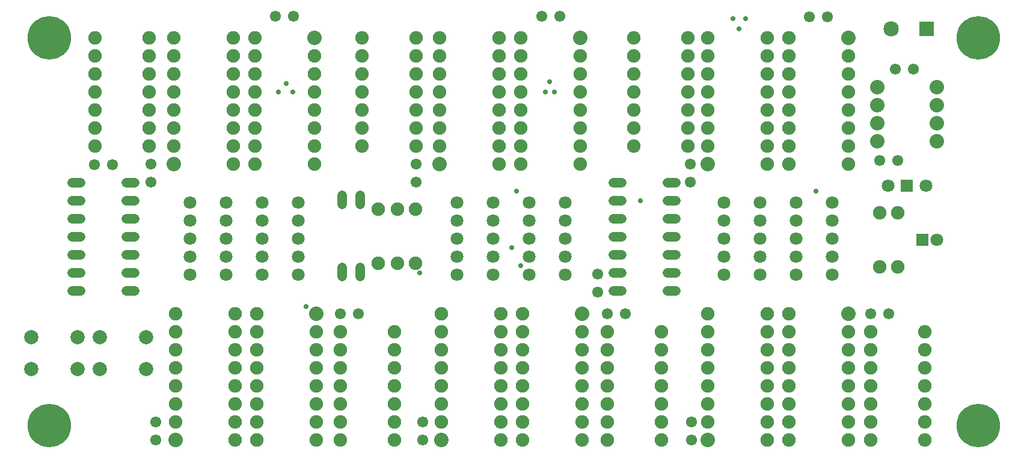
<source format=gbr>
G04 EAGLE Gerber RS-274X export*
G75*
%MOMM*%
%FSLAX34Y34*%
%LPD*%
%INSoldermask Top*%
%IPPOS*%
%AMOC8*
5,1,8,0,0,1.08239X$1,22.5*%
G01*
%ADD10C,1.549400*%
%ADD11C,1.346200*%
%ADD12C,2.032000*%
%ADD13C,0.863600*%
%ADD14R,2.159000X2.159000*%
%ADD15C,2.159000*%
%ADD16C,1.803400*%
%ADD17C,1.905000*%
%ADD18C,2.006600*%
%ADD19R,1.803400X1.803400*%
%ADD20C,6.127000*%
%ADD21C,0.731000*%


D10*
X1242060Y552450D03*
X1267460Y552450D03*
D11*
X933196Y240030D02*
X921004Y240030D01*
X921004Y265430D02*
X933196Y265430D01*
X933196Y392430D02*
X921004Y392430D01*
X856996Y392430D02*
X844804Y392430D01*
X921004Y290830D02*
X933196Y290830D01*
X933196Y316230D02*
X921004Y316230D01*
X921004Y367030D02*
X933196Y367030D01*
X933196Y341630D02*
X921004Y341630D01*
X856996Y367030D02*
X844804Y367030D01*
X844804Y341630D02*
X856996Y341630D01*
X856996Y316230D02*
X844804Y316230D01*
X844804Y290830D02*
X856996Y290830D01*
X856996Y265430D02*
X844804Y265430D01*
X844804Y240030D02*
X856996Y240030D01*
D12*
X1300480Y450850D03*
X1300480Y476250D03*
X1300480Y501650D03*
X1300480Y527050D03*
X1216660Y527050D03*
X1216660Y501650D03*
X1216660Y476250D03*
X1216660Y450850D03*
D13*
X1216660Y450850D03*
X1216660Y476250D03*
X1216660Y501650D03*
X1216660Y527050D03*
X1300480Y450850D03*
X1300480Y476250D03*
X1300480Y501650D03*
X1300480Y527050D03*
D14*
X1286510Y609600D03*
D15*
X1236510Y609600D03*
D16*
X1102360Y262890D03*
X1102360Y288290D03*
X1102360Y313690D03*
X1102360Y339090D03*
X1102360Y364490D03*
X1153160Y262890D03*
X1153160Y288290D03*
X1153160Y313690D03*
X1153160Y339090D03*
X1153160Y364490D03*
D17*
X1207770Y30480D03*
X1283970Y30480D03*
X1207770Y55880D03*
X1283970Y55880D03*
X1207770Y81280D03*
X1283970Y81280D03*
X1207770Y106680D03*
X1283970Y106680D03*
X1207770Y132080D03*
X1283970Y132080D03*
X1207770Y182880D03*
X1283970Y182880D03*
X1207770Y157480D03*
X1283970Y157480D03*
X1061720Y30480D03*
X1061720Y55880D03*
X1061720Y81280D03*
X1061720Y106680D03*
X1061720Y132080D03*
X1061720Y157480D03*
X1061720Y182880D03*
X1061720Y208280D03*
X977900Y208280D03*
X977900Y182880D03*
X977900Y157480D03*
X977900Y132080D03*
X977900Y106680D03*
X977900Y81280D03*
D13*
X977900Y81280D03*
X977900Y106680D03*
X977900Y132080D03*
X977900Y157480D03*
X977900Y182880D03*
X977900Y208280D03*
X1061720Y208280D03*
X1061720Y55880D03*
X1061720Y81280D03*
X1061720Y106680D03*
X1061720Y132080D03*
X1061720Y157480D03*
X1061720Y182880D03*
X1061720Y30480D03*
D17*
X977900Y55880D03*
D12*
X977900Y30480D03*
D13*
X977900Y81280D03*
X977900Y81280D03*
X977900Y55880D03*
X977900Y30480D03*
D17*
X1092200Y208280D03*
X1092200Y182880D03*
X1092200Y157480D03*
X1092200Y132080D03*
X1092200Y106680D03*
X1092200Y81280D03*
X1092200Y55880D03*
X1092200Y30480D03*
X1176020Y30480D03*
X1176020Y55880D03*
X1176020Y81280D03*
X1176020Y106680D03*
X1176020Y132080D03*
X1176020Y157480D03*
D13*
X1176020Y157480D03*
X1176020Y132080D03*
X1176020Y106680D03*
X1176020Y81280D03*
X1176020Y55880D03*
X1176020Y30480D03*
X1092200Y30480D03*
X1092200Y182880D03*
X1092200Y157480D03*
X1092200Y132080D03*
X1092200Y106680D03*
X1092200Y81280D03*
X1092200Y55880D03*
X1092200Y208280D03*
D17*
X1176020Y182880D03*
D12*
X1176020Y208280D03*
D13*
X1176020Y157480D03*
X1176020Y157480D03*
X1176020Y182880D03*
X1176020Y208280D03*
D18*
X187452Y129794D03*
X122428Y129794D03*
X187452Y175006D03*
X122428Y175006D03*
D17*
X566420Y355600D03*
X566420Y279400D03*
X1092200Y596900D03*
X1092200Y571500D03*
X1092200Y546100D03*
X1092200Y520700D03*
X1092200Y495300D03*
X1092200Y469900D03*
X1092200Y444500D03*
X1092200Y419100D03*
X1176020Y419100D03*
X1176020Y444500D03*
X1176020Y469900D03*
X1176020Y495300D03*
X1176020Y520700D03*
X1176020Y546100D03*
D13*
X1176020Y546100D03*
X1176020Y520700D03*
X1176020Y495300D03*
X1176020Y469900D03*
X1176020Y444500D03*
X1176020Y419100D03*
X1092200Y419100D03*
X1092200Y571500D03*
X1092200Y546100D03*
X1092200Y520700D03*
X1092200Y495300D03*
X1092200Y469900D03*
X1092200Y444500D03*
X1092200Y596900D03*
D17*
X1176020Y571500D03*
D12*
X1176020Y596900D03*
D13*
X1176020Y546100D03*
X1176020Y546100D03*
X1176020Y571500D03*
X1176020Y596900D03*
D17*
X1061720Y419100D03*
X1061720Y444500D03*
X1061720Y469900D03*
X1061720Y495300D03*
X1061720Y520700D03*
X1061720Y546100D03*
X1061720Y571500D03*
X1061720Y596900D03*
X977900Y596900D03*
X977900Y571500D03*
X977900Y546100D03*
X977900Y520700D03*
X977900Y495300D03*
X977900Y469900D03*
D13*
X977900Y469900D03*
X977900Y495300D03*
X977900Y520700D03*
X977900Y546100D03*
X977900Y571500D03*
X977900Y596900D03*
X1061720Y596900D03*
X1061720Y444500D03*
X1061720Y469900D03*
X1061720Y495300D03*
X1061720Y520700D03*
X1061720Y546100D03*
X1061720Y571500D03*
X1061720Y419100D03*
D17*
X977900Y444500D03*
D12*
X977900Y419100D03*
D13*
X977900Y469900D03*
X977900Y469900D03*
X977900Y444500D03*
X977900Y419100D03*
D16*
X1000760Y262890D03*
X1000760Y288290D03*
X1000760Y313690D03*
X1000760Y339090D03*
X1000760Y364490D03*
X1051560Y262890D03*
X1051560Y288290D03*
X1051560Y313690D03*
X1051560Y339090D03*
X1051560Y364490D03*
D17*
X949960Y596900D03*
X873760Y596900D03*
X949960Y571500D03*
X873760Y571500D03*
X949960Y546100D03*
X873760Y546100D03*
X949960Y520700D03*
X873760Y520700D03*
X949960Y495300D03*
X873760Y495300D03*
X949960Y444500D03*
X873760Y444500D03*
X949960Y469900D03*
X873760Y469900D03*
D16*
X1300320Y312420D03*
D19*
X1280320Y312420D03*
D10*
X1220470Y424180D03*
X1245870Y424180D03*
X955040Y30480D03*
X955040Y55880D03*
X1207770Y208280D03*
X1233170Y208280D03*
X1146810Y626110D03*
X1121410Y626110D03*
X953770Y419100D03*
X953770Y393700D03*
D17*
X715010Y596900D03*
X715010Y571500D03*
X715010Y546100D03*
X715010Y520700D03*
X715010Y495300D03*
X715010Y469900D03*
X715010Y444500D03*
X715010Y419100D03*
X798830Y419100D03*
X798830Y444500D03*
X798830Y469900D03*
X798830Y495300D03*
X798830Y520700D03*
X798830Y546100D03*
D13*
X798830Y546100D03*
X798830Y520700D03*
X798830Y495300D03*
X798830Y469900D03*
X798830Y444500D03*
X798830Y419100D03*
X715010Y419100D03*
X715010Y571500D03*
X715010Y546100D03*
X715010Y520700D03*
X715010Y495300D03*
X715010Y469900D03*
X715010Y444500D03*
X715010Y596900D03*
D17*
X798830Y571500D03*
D12*
X798830Y596900D03*
D13*
X798830Y546100D03*
X798830Y546100D03*
X798830Y571500D03*
X798830Y596900D03*
D17*
X684530Y419100D03*
X684530Y444500D03*
X684530Y469900D03*
X684530Y495300D03*
X684530Y520700D03*
X684530Y546100D03*
X684530Y571500D03*
X684530Y596900D03*
X600710Y596900D03*
X600710Y571500D03*
X600710Y546100D03*
X600710Y520700D03*
X600710Y495300D03*
X600710Y469900D03*
D13*
X600710Y469900D03*
X600710Y495300D03*
X600710Y520700D03*
X600710Y546100D03*
X600710Y571500D03*
X600710Y596900D03*
X684530Y596900D03*
X684530Y444500D03*
X684530Y469900D03*
X684530Y495300D03*
X684530Y520700D03*
X684530Y546100D03*
X684530Y571500D03*
X684530Y419100D03*
D17*
X600710Y444500D03*
D12*
X600710Y419100D03*
D13*
X600710Y469900D03*
X600710Y469900D03*
X600710Y444500D03*
X600710Y419100D03*
D16*
X624840Y262890D03*
X624840Y288290D03*
X624840Y313690D03*
X624840Y339090D03*
X624840Y364490D03*
X675640Y262890D03*
X675640Y288290D03*
X675640Y313690D03*
X675640Y339090D03*
X675640Y364490D03*
D17*
X567690Y596900D03*
X491490Y596900D03*
X567690Y571500D03*
X491490Y571500D03*
X567690Y546100D03*
X491490Y546100D03*
X567690Y520700D03*
X491490Y520700D03*
X567690Y495300D03*
X491490Y495300D03*
X567690Y444500D03*
X491490Y444500D03*
X567690Y469900D03*
X491490Y469900D03*
X687070Y30480D03*
X687070Y55880D03*
X687070Y81280D03*
X687070Y106680D03*
X687070Y132080D03*
X687070Y157480D03*
X687070Y182880D03*
X687070Y208280D03*
X603250Y208280D03*
X603250Y182880D03*
X603250Y157480D03*
X603250Y132080D03*
X603250Y106680D03*
X603250Y81280D03*
D13*
X603250Y81280D03*
X603250Y106680D03*
X603250Y132080D03*
X603250Y157480D03*
X603250Y182880D03*
X603250Y208280D03*
X687070Y208280D03*
X687070Y55880D03*
X687070Y81280D03*
X687070Y106680D03*
X687070Y132080D03*
X687070Y157480D03*
X687070Y182880D03*
X687070Y30480D03*
D17*
X603250Y55880D03*
D12*
X603250Y30480D03*
D13*
X603250Y81280D03*
X603250Y81280D03*
X603250Y55880D03*
X603250Y30480D03*
D17*
X717550Y208280D03*
X717550Y182880D03*
X717550Y157480D03*
X717550Y132080D03*
X717550Y106680D03*
X717550Y81280D03*
X717550Y55880D03*
X717550Y30480D03*
X801370Y30480D03*
X801370Y55880D03*
X801370Y81280D03*
X801370Y106680D03*
X801370Y132080D03*
X801370Y157480D03*
D13*
X801370Y157480D03*
X801370Y132080D03*
X801370Y106680D03*
X801370Y81280D03*
X801370Y55880D03*
X801370Y30480D03*
X717550Y30480D03*
X717550Y182880D03*
X717550Y157480D03*
X717550Y132080D03*
X717550Y106680D03*
X717550Y81280D03*
X717550Y55880D03*
X717550Y208280D03*
D17*
X801370Y182880D03*
D12*
X801370Y208280D03*
D13*
X801370Y157480D03*
X801370Y157480D03*
X801370Y182880D03*
X801370Y208280D03*
D16*
X726440Y262890D03*
X726440Y288290D03*
X726440Y313690D03*
X726440Y339090D03*
X726440Y364490D03*
X777240Y262890D03*
X777240Y288290D03*
X777240Y313690D03*
X777240Y339090D03*
X777240Y364490D03*
D17*
X836930Y30480D03*
X913130Y30480D03*
X836930Y55880D03*
X913130Y55880D03*
X836930Y81280D03*
X913130Y81280D03*
X836930Y106680D03*
X913130Y106680D03*
X836930Y132080D03*
X913130Y132080D03*
X836930Y182880D03*
X913130Y182880D03*
X836930Y157480D03*
X913130Y157480D03*
D10*
X769620Y627380D03*
X744220Y627380D03*
X567690Y419100D03*
X567690Y393700D03*
X576580Y30480D03*
X576580Y55880D03*
X836930Y208280D03*
X862330Y208280D03*
D17*
X340360Y596900D03*
X340360Y571500D03*
X340360Y546100D03*
X340360Y520700D03*
X340360Y495300D03*
X340360Y469900D03*
X340360Y444500D03*
X340360Y419100D03*
X424180Y419100D03*
X424180Y444500D03*
X424180Y469900D03*
X424180Y495300D03*
X424180Y520700D03*
X424180Y546100D03*
D13*
X424180Y546100D03*
X424180Y520700D03*
X424180Y495300D03*
X424180Y469900D03*
X424180Y444500D03*
X424180Y419100D03*
X340360Y419100D03*
X340360Y571500D03*
X340360Y546100D03*
X340360Y520700D03*
X340360Y495300D03*
X340360Y469900D03*
X340360Y444500D03*
X340360Y596900D03*
D17*
X424180Y571500D03*
D12*
X424180Y596900D03*
D13*
X424180Y546100D03*
X424180Y546100D03*
X424180Y571500D03*
X424180Y596900D03*
D11*
X94996Y392430D02*
X82804Y392430D01*
X82804Y367030D02*
X94996Y367030D01*
X94996Y240030D02*
X82804Y240030D01*
X159004Y240030D02*
X171196Y240030D01*
X94996Y341630D02*
X82804Y341630D01*
X82804Y316230D02*
X94996Y316230D01*
X94996Y265430D02*
X82804Y265430D01*
X82804Y290830D02*
X94996Y290830D01*
X159004Y265430D02*
X171196Y265430D01*
X171196Y290830D02*
X159004Y290830D01*
X159004Y316230D02*
X171196Y316230D01*
X171196Y341630D02*
X159004Y341630D01*
X159004Y367030D02*
X171196Y367030D01*
X171196Y392430D02*
X159004Y392430D01*
D17*
X309880Y419100D03*
X309880Y444500D03*
X309880Y469900D03*
X309880Y495300D03*
X309880Y520700D03*
X309880Y546100D03*
X309880Y571500D03*
X309880Y596900D03*
X226060Y596900D03*
X226060Y571500D03*
X226060Y546100D03*
X226060Y520700D03*
X226060Y495300D03*
X226060Y469900D03*
D13*
X226060Y469900D03*
X226060Y495300D03*
X226060Y520700D03*
X226060Y546100D03*
X226060Y571500D03*
X226060Y596900D03*
X309880Y596900D03*
X309880Y444500D03*
X309880Y469900D03*
X309880Y495300D03*
X309880Y520700D03*
X309880Y546100D03*
X309880Y571500D03*
X309880Y419100D03*
D17*
X226060Y444500D03*
D12*
X226060Y419100D03*
D13*
X226060Y469900D03*
X226060Y469900D03*
X226060Y444500D03*
X226060Y419100D03*
D16*
X248920Y262890D03*
X248920Y288290D03*
X248920Y313690D03*
X248920Y339090D03*
X248920Y364490D03*
X299720Y262890D03*
X299720Y288290D03*
X299720Y313690D03*
X299720Y339090D03*
X299720Y364490D03*
D17*
X191770Y596900D03*
X115570Y596900D03*
X191770Y571500D03*
X115570Y571500D03*
X191770Y546100D03*
X115570Y546100D03*
X191770Y520700D03*
X115570Y520700D03*
X191770Y495300D03*
X115570Y495300D03*
X191770Y444500D03*
X115570Y444500D03*
X191770Y469900D03*
X115570Y469900D03*
X312420Y30480D03*
X312420Y55880D03*
X312420Y81280D03*
X312420Y106680D03*
X312420Y132080D03*
X312420Y157480D03*
X312420Y182880D03*
X312420Y208280D03*
X228600Y208280D03*
X228600Y182880D03*
X228600Y157480D03*
X228600Y132080D03*
X228600Y106680D03*
X228600Y81280D03*
D13*
X228600Y81280D03*
X228600Y106680D03*
X228600Y132080D03*
X228600Y157480D03*
X228600Y182880D03*
X228600Y208280D03*
X312420Y208280D03*
X312420Y55880D03*
X312420Y81280D03*
X312420Y106680D03*
X312420Y132080D03*
X312420Y157480D03*
X312420Y182880D03*
X312420Y30480D03*
D17*
X228600Y55880D03*
D12*
X228600Y30480D03*
D13*
X228600Y81280D03*
X228600Y81280D03*
X228600Y55880D03*
X228600Y30480D03*
D17*
X342900Y208280D03*
X342900Y182880D03*
X342900Y157480D03*
X342900Y132080D03*
X342900Y106680D03*
X342900Y81280D03*
X342900Y55880D03*
X342900Y30480D03*
X426720Y30480D03*
X426720Y55880D03*
X426720Y81280D03*
X426720Y106680D03*
X426720Y132080D03*
X426720Y157480D03*
D13*
X426720Y157480D03*
X426720Y132080D03*
X426720Y106680D03*
X426720Y81280D03*
X426720Y55880D03*
X426720Y30480D03*
X342900Y30480D03*
X342900Y182880D03*
X342900Y157480D03*
X342900Y132080D03*
X342900Y106680D03*
X342900Y81280D03*
X342900Y55880D03*
X342900Y208280D03*
D17*
X426720Y182880D03*
D12*
X426720Y208280D03*
D13*
X426720Y157480D03*
X426720Y157480D03*
X426720Y182880D03*
X426720Y208280D03*
D16*
X350520Y262890D03*
X350520Y288290D03*
X350520Y313690D03*
X350520Y339090D03*
X350520Y364490D03*
X401320Y262890D03*
X401320Y288290D03*
X401320Y313690D03*
X401320Y339090D03*
X401320Y364490D03*
D17*
X461010Y30480D03*
X537210Y30480D03*
X461010Y55880D03*
X537210Y55880D03*
X461010Y81280D03*
X537210Y81280D03*
X461010Y106680D03*
X537210Y106680D03*
X461010Y132080D03*
X537210Y132080D03*
X461010Y182880D03*
X537210Y182880D03*
X461010Y157480D03*
X537210Y157480D03*
D10*
X394970Y627380D03*
X369570Y627380D03*
X194310Y419100D03*
X194310Y393700D03*
X200660Y30480D03*
X200660Y55880D03*
X461010Y208280D03*
X486410Y208280D03*
D11*
X463550Y362204D02*
X463550Y374396D01*
X463550Y272796D02*
X463550Y260604D01*
X488950Y362204D02*
X488950Y374396D01*
X488950Y272796D02*
X488950Y260604D01*
D17*
X514350Y355600D03*
X514350Y279400D03*
D10*
X822960Y238760D03*
X822960Y264160D03*
X139700Y417830D03*
X114300Y417830D03*
D20*
X50800Y596900D03*
X50800Y50800D03*
X1358900Y50800D03*
X1358900Y596900D03*
D18*
X90932Y129794D03*
X25908Y129794D03*
X90932Y175006D03*
X25908Y175006D03*
D17*
X541020Y279400D03*
X541020Y355600D03*
X1245870Y350520D03*
X1245870Y274320D03*
X1220470Y274320D03*
X1220470Y350520D03*
D16*
X1231646Y388272D03*
D19*
X1258570Y388272D03*
D16*
X1285494Y388272D03*
D21*
X1130300Y381000D03*
X749300Y520700D03*
X762000Y520700D03*
X755650Y534670D03*
X373380Y520700D03*
X393700Y520700D03*
X384810Y532130D03*
X1022350Y609600D03*
X1013460Y623570D03*
X1031240Y623570D03*
X702310Y300990D03*
X572770Y265430D03*
X882876Y367030D03*
X708660Y381000D03*
X715010Y275590D03*
X412750Y218440D03*
M02*

</source>
